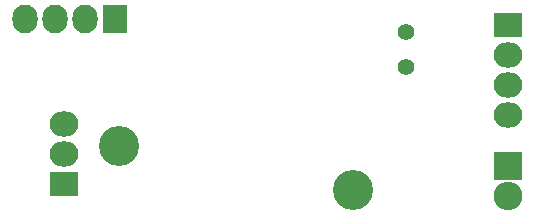
<source format=gbs>
G04 #@! TF.FileFunction,Soldermask,Bot*
%FSLAX46Y46*%
G04 Gerber Fmt 4.6, Leading zero omitted, Abs format (unit mm)*
G04 Created by KiCad (PCBNEW 0.201510170916+6271~30~ubuntu14.04.1-product) date Tue 27 Oct 2015 04:13:56 PM CET*
%MOMM*%
G01*
G04 APERTURE LIST*
%ADD10C,0.100000*%
%ADD11R,2.432000X2.127200*%
%ADD12O,2.432000X2.127200*%
%ADD13R,2.127200X2.432000*%
%ADD14O,2.127200X2.432000*%
%ADD15R,2.432000X2.432000*%
%ADD16O,2.432000X2.432000*%
%ADD17C,1.400000*%
%ADD18C,3.400000*%
G04 APERTURE END LIST*
D10*
D11*
X182626000Y-71882000D03*
D12*
X182626000Y-74422000D03*
X182626000Y-76962000D03*
X182626000Y-79502000D03*
D13*
X149352000Y-71374000D03*
D14*
X146812000Y-71374000D03*
X144272000Y-71374000D03*
X141732000Y-71374000D03*
D11*
X145034000Y-85344000D03*
D12*
X145034000Y-82804000D03*
X145034000Y-80264000D03*
D15*
X182626000Y-83820000D03*
D16*
X182626000Y-86360000D03*
D17*
X173990000Y-75414000D03*
X173990000Y-72414000D03*
D18*
X149668000Y-82062000D03*
X169452000Y-85852000D03*
M02*

</source>
